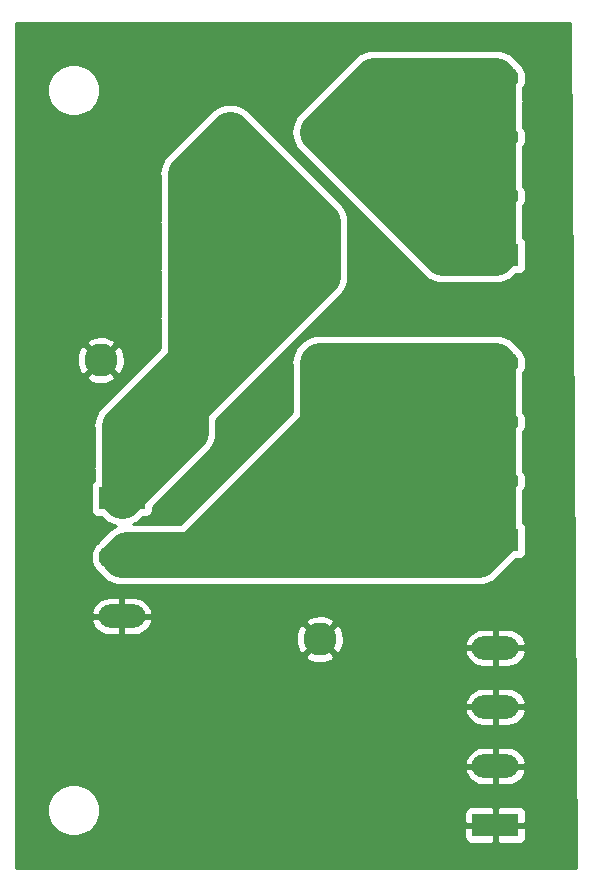
<source format=gbr>
%TF.GenerationSoftware,KiCad,Pcbnew,(5.1.10)-1*%
%TF.CreationDate,2021-10-01T01:20:56-04:00*%
%TF.ProjectId,Circuit Protector,43697263-7569-4742-9050-726f74656374,rev?*%
%TF.SameCoordinates,Original*%
%TF.FileFunction,Copper,L2,Bot*%
%TF.FilePolarity,Positive*%
%FSLAX46Y46*%
G04 Gerber Fmt 4.6, Leading zero omitted, Abs format (unit mm)*
G04 Created by KiCad (PCBNEW (5.1.10)-1) date 2021-10-01 01:20:56*
%MOMM*%
%LPD*%
G01*
G04 APERTURE LIST*
%TA.AperFunction,ComponentPad*%
%ADD10R,3.960000X1.980000*%
%TD*%
%TA.AperFunction,ComponentPad*%
%ADD11O,3.960000X1.980000*%
%TD*%
%TA.AperFunction,ComponentPad*%
%ADD12C,2.800000*%
%TD*%
%TA.AperFunction,ComponentPad*%
%ADD13C,1.600000*%
%TD*%
%TA.AperFunction,ComponentPad*%
%ADD14O,1.600000X1.600000*%
%TD*%
%TA.AperFunction,Conductor*%
%ADD15C,3.500000*%
%TD*%
%TA.AperFunction,Conductor*%
%ADD16C,0.254000*%
%TD*%
%TA.AperFunction,Conductor*%
%ADD17C,0.100000*%
%TD*%
G04 APERTURE END LIST*
D10*
%TO.P,Ground,1*%
%TO.N,Net-(Ground1-Pad1)*%
X203835000Y-138430000D03*
D11*
%TO.P,Ground,2*%
X203835000Y-133430000D03*
%TO.P,Ground,4*%
X203835000Y-123430000D03*
%TO.P,Ground,3*%
X203835000Y-128430000D03*
%TD*%
D10*
%TO.P,Input,1*%
%TO.N,Net-(Input1-Pad1)*%
X172212000Y-110744000D03*
D11*
%TO.P,Input,2*%
%TO.N,Net-(Input1-Pad2)*%
X172212000Y-115744000D03*
%TO.P,Input,3*%
%TO.N,Net-(Ground1-Pad1)*%
X172212000Y-120744000D03*
%TD*%
D10*
%TO.P,Line,1*%
%TO.N,Net-(Line1-Pad1)*%
X203835000Y-90170000D03*
D11*
%TO.P,Line,2*%
X203835000Y-85170000D03*
%TO.P,Line,4*%
X203835000Y-75170000D03*
%TO.P,Line,3*%
X203835000Y-80170000D03*
%TD*%
%TO.P,Neutral,3*%
%TO.N,Net-(Input1-Pad2)*%
X203835000Y-104300000D03*
%TO.P,Neutral,4*%
X203835000Y-99300000D03*
%TO.P,Neutral,2*%
X203835000Y-109300000D03*
D10*
%TO.P,Neutral,1*%
X203835000Y-114300000D03*
%TD*%
D12*
%TO.P,MOV,1*%
%TO.N,Net-(Input1-Pad1)*%
X188976000Y-91948000D03*
%TO.P,MOV,2*%
%TO.N,Net-(Input1-Pad2)*%
X188976000Y-99318000D03*
%TD*%
%TO.P,MOV,2*%
%TO.N,Net-(Ground1-Pad1)*%
X188976000Y-122686000D03*
%TO.P,MOV,1*%
%TO.N,Net-(Input1-Pad2)*%
X188976000Y-115316000D03*
%TD*%
%TO.P,MOV,1*%
%TO.N,Net-(Input1-Pad1)*%
X177800000Y-99060000D03*
%TO.P,MOV,2*%
%TO.N,Net-(Ground1-Pad1)*%
X170430000Y-99060000D03*
%TD*%
D13*
%TO.P,NTC,1*%
%TO.N,Net-(Line1-Pad1)*%
X188976000Y-79756000D03*
D14*
%TO.P,NTC,2*%
%TO.N,Net-(Input1-Pad1)*%
X181356000Y-79756000D03*
%TD*%
D15*
%TO.N,Net-(Input1-Pad1)*%
X177800000Y-105156000D02*
X172212000Y-110744000D01*
X177800000Y-99060000D02*
X177800000Y-105156000D01*
X177800000Y-99060000D02*
X184912000Y-91948000D01*
X184912000Y-91948000D02*
X188976000Y-91948000D01*
X181356000Y-88392000D02*
X184912000Y-91948000D01*
X188976000Y-87376000D02*
X181356000Y-79756000D01*
X188976000Y-91948000D02*
X188976000Y-87376000D01*
X188976000Y-91948000D02*
X180848000Y-100076000D01*
X178816000Y-100076000D02*
X177800000Y-99060000D01*
X180848000Y-100076000D02*
X178816000Y-100076000D01*
X177800000Y-83312000D02*
X181356000Y-79756000D01*
X177800000Y-99060000D02*
X177800000Y-95504000D01*
X181356000Y-91948000D02*
X181356000Y-85852000D01*
X181356000Y-85852000D02*
X181356000Y-88392000D01*
X181356000Y-79756000D02*
X181356000Y-85852000D01*
X181356000Y-79756000D02*
X181356000Y-88392000D01*
X181356000Y-84328000D02*
X188976000Y-91948000D01*
X181356000Y-79756000D02*
X181356000Y-84328000D01*
X188976000Y-91948000D02*
X181356000Y-91948000D01*
X179832000Y-93472000D02*
X181356000Y-91948000D01*
X177800000Y-95504000D02*
X179832000Y-93472000D01*
X181356000Y-83820000D02*
X177800000Y-87376000D01*
X181356000Y-79756000D02*
X181356000Y-83820000D01*
X177800000Y-87376000D02*
X177800000Y-83312000D01*
X181356000Y-87884000D02*
X177800000Y-91440000D01*
X181356000Y-79756000D02*
X181356000Y-87884000D01*
X177800000Y-91440000D02*
X177800000Y-87376000D01*
X177800000Y-99060000D02*
X177800000Y-91440000D01*
X172212000Y-104648000D02*
X177800000Y-99060000D01*
X172212000Y-110744000D02*
X172212000Y-104648000D01*
X172212000Y-110744000D02*
X172212000Y-108204000D01*
X177800000Y-102616000D02*
X177800000Y-99060000D01*
X175006000Y-105918000D02*
X174498000Y-105918000D01*
X188976000Y-91948000D02*
X175006000Y-105918000D01*
X174498000Y-105918000D02*
X177800000Y-102616000D01*
X172212000Y-108204000D02*
X174498000Y-105918000D01*
%TO.N,Net-(Input1-Pad2)*%
X203817000Y-99318000D02*
X203835000Y-99300000D01*
X188976000Y-99318000D02*
X203817000Y-99318000D01*
X203835000Y-99300000D02*
X203835000Y-104300000D01*
X203835000Y-104300000D02*
X203835000Y-109300000D01*
X203835000Y-109300000D02*
X203835000Y-114300000D01*
X189992000Y-114300000D02*
X188976000Y-115316000D01*
X202819000Y-115316000D02*
X203835000Y-114300000D01*
X188976000Y-115316000D02*
X202819000Y-115316000D01*
X172640000Y-115316000D02*
X172212000Y-115744000D01*
X202391000Y-115744000D02*
X202819000Y-115316000D01*
X188976000Y-104460000D02*
X188976000Y-99318000D01*
X177692000Y-115744000D02*
X188976000Y-104460000D01*
X172212000Y-115744000D02*
X177692000Y-115744000D01*
X203835000Y-99300000D02*
X197372000Y-99300000D01*
X197372000Y-99300000D02*
X181356000Y-115316000D01*
X181356000Y-115316000D02*
X172640000Y-115316000D01*
X199912000Y-99300000D02*
X183896000Y-115316000D01*
X203835000Y-99300000D02*
X199912000Y-99300000D01*
X183896000Y-115316000D02*
X181356000Y-115316000D01*
X188976000Y-115316000D02*
X183896000Y-115316000D01*
X199992000Y-104300000D02*
X188976000Y-115316000D01*
X203835000Y-104300000D02*
X199992000Y-104300000D01*
X203835000Y-99789000D02*
X187880000Y-115744000D01*
X203835000Y-99300000D02*
X203835000Y-99789000D01*
X187880000Y-115744000D02*
X202391000Y-115744000D01*
X172212000Y-115744000D02*
X187880000Y-115744000D01*
X203835000Y-105029000D02*
X194564000Y-114300000D01*
X203835000Y-104300000D02*
X203835000Y-105029000D01*
X194564000Y-114300000D02*
X189992000Y-114300000D01*
X203835000Y-109300000D02*
X202104000Y-109300000D01*
X202104000Y-109300000D02*
X197104000Y-114300000D01*
X197104000Y-114300000D02*
X194564000Y-114300000D01*
X203835000Y-114300000D02*
X197104000Y-114300000D01*
X203835000Y-114177000D02*
X188976000Y-99318000D01*
X203835000Y-114300000D02*
X203835000Y-114177000D01*
%TO.N,Net-(Line1-Pad1)*%
X189390000Y-80170000D02*
X188976000Y-79756000D01*
X203835000Y-80170000D02*
X189390000Y-80170000D01*
X203835000Y-80170000D02*
X203835000Y-85170000D01*
X199390000Y-90170000D02*
X189390000Y-80170000D01*
X203835000Y-90170000D02*
X199390000Y-90170000D01*
X194390000Y-75170000D02*
X189390000Y-80170000D01*
X203835000Y-75170000D02*
X194390000Y-75170000D01*
X188976000Y-79756000D02*
X193548000Y-79756000D01*
X193548000Y-79756000D02*
X196215000Y-77089000D01*
X196215000Y-77089000D02*
X203835000Y-77089000D01*
X203835000Y-77089000D02*
X203835000Y-80170000D01*
X203835000Y-75170000D02*
X203835000Y-77089000D01*
X193548000Y-79756000D02*
X202819000Y-89027000D01*
X203835000Y-89027000D02*
X203835000Y-85170000D01*
X202819000Y-89027000D02*
X203835000Y-89027000D01*
X203835000Y-90170000D02*
X203835000Y-89027000D01*
X198421000Y-79756000D02*
X203835000Y-85170000D01*
X188976000Y-79756000D02*
X198421000Y-79756000D01*
X193562000Y-75170000D02*
X194390000Y-75170000D01*
X188976000Y-79756000D02*
X193562000Y-75170000D01*
%TD*%
D16*
%TO.N,Net-(Ground1-Pad1)*%
X210663385Y-142088000D02*
X163220000Y-142088000D01*
X163220000Y-139420000D01*
X201216928Y-139420000D01*
X201229188Y-139544482D01*
X201265498Y-139664180D01*
X201324463Y-139774494D01*
X201403815Y-139871185D01*
X201500506Y-139950537D01*
X201610820Y-140009502D01*
X201730518Y-140045812D01*
X201855000Y-140058072D01*
X203549250Y-140055000D01*
X203708000Y-139896250D01*
X203708000Y-138557000D01*
X203962000Y-138557000D01*
X203962000Y-139896250D01*
X204120750Y-140055000D01*
X205815000Y-140058072D01*
X205939482Y-140045812D01*
X206059180Y-140009502D01*
X206169494Y-139950537D01*
X206266185Y-139871185D01*
X206345537Y-139774494D01*
X206404502Y-139664180D01*
X206440812Y-139544482D01*
X206453072Y-139420000D01*
X206450000Y-138715750D01*
X206291250Y-138557000D01*
X203962000Y-138557000D01*
X203708000Y-138557000D01*
X201378750Y-138557000D01*
X201220000Y-138715750D01*
X201216928Y-139420000D01*
X163220000Y-139420000D01*
X163220000Y-136939872D01*
X165913000Y-136939872D01*
X165913000Y-137380128D01*
X165998890Y-137811925D01*
X166167369Y-138218669D01*
X166411962Y-138584729D01*
X166723271Y-138896038D01*
X167089331Y-139140631D01*
X167496075Y-139309110D01*
X167927872Y-139395000D01*
X168368128Y-139395000D01*
X168799925Y-139309110D01*
X169206669Y-139140631D01*
X169572729Y-138896038D01*
X169884038Y-138584729D01*
X170128631Y-138218669D01*
X170297110Y-137811925D01*
X170371090Y-137440000D01*
X201216928Y-137440000D01*
X201220000Y-138144250D01*
X201378750Y-138303000D01*
X203708000Y-138303000D01*
X203708000Y-136963750D01*
X203962000Y-136963750D01*
X203962000Y-138303000D01*
X206291250Y-138303000D01*
X206450000Y-138144250D01*
X206453072Y-137440000D01*
X206440812Y-137315518D01*
X206404502Y-137195820D01*
X206345537Y-137085506D01*
X206266185Y-136988815D01*
X206169494Y-136909463D01*
X206059180Y-136850498D01*
X205939482Y-136814188D01*
X205815000Y-136801928D01*
X204120750Y-136805000D01*
X203962000Y-136963750D01*
X203708000Y-136963750D01*
X203549250Y-136805000D01*
X201855000Y-136801928D01*
X201730518Y-136814188D01*
X201610820Y-136850498D01*
X201500506Y-136909463D01*
X201403815Y-136988815D01*
X201324463Y-137085506D01*
X201265498Y-137195820D01*
X201229188Y-137315518D01*
X201216928Y-137440000D01*
X170371090Y-137440000D01*
X170383000Y-137380128D01*
X170383000Y-136939872D01*
X170297110Y-136508075D01*
X170128631Y-136101331D01*
X169884038Y-135735271D01*
X169572729Y-135423962D01*
X169206669Y-135179369D01*
X168799925Y-135010890D01*
X168368128Y-134925000D01*
X167927872Y-134925000D01*
X167496075Y-135010890D01*
X167089331Y-135179369D01*
X166723271Y-135423962D01*
X166411962Y-135735271D01*
X166167369Y-136101331D01*
X165998890Y-136508075D01*
X165913000Y-136939872D01*
X163220000Y-136939872D01*
X163220000Y-133808865D01*
X201264782Y-133808865D01*
X201295095Y-133934528D01*
X201423304Y-134227205D01*
X201606148Y-134489246D01*
X201836601Y-134710581D01*
X202105806Y-134882704D01*
X202403418Y-134999000D01*
X202718000Y-135055000D01*
X203708000Y-135055000D01*
X203708000Y-133557000D01*
X203962000Y-133557000D01*
X203962000Y-135055000D01*
X204952000Y-135055000D01*
X205266582Y-134999000D01*
X205564194Y-134882704D01*
X205833399Y-134710581D01*
X206063852Y-134489246D01*
X206246696Y-134227205D01*
X206374905Y-133934528D01*
X206405218Y-133808865D01*
X206285740Y-133557000D01*
X203962000Y-133557000D01*
X203708000Y-133557000D01*
X201384260Y-133557000D01*
X201264782Y-133808865D01*
X163220000Y-133808865D01*
X163220000Y-133051135D01*
X201264782Y-133051135D01*
X201384260Y-133303000D01*
X203708000Y-133303000D01*
X203708000Y-131805000D01*
X203962000Y-131805000D01*
X203962000Y-133303000D01*
X206285740Y-133303000D01*
X206405218Y-133051135D01*
X206374905Y-132925472D01*
X206246696Y-132632795D01*
X206063852Y-132370754D01*
X205833399Y-132149419D01*
X205564194Y-131977296D01*
X205266582Y-131861000D01*
X204952000Y-131805000D01*
X203962000Y-131805000D01*
X203708000Y-131805000D01*
X202718000Y-131805000D01*
X202403418Y-131861000D01*
X202105806Y-131977296D01*
X201836601Y-132149419D01*
X201606148Y-132370754D01*
X201423304Y-132632795D01*
X201295095Y-132925472D01*
X201264782Y-133051135D01*
X163220000Y-133051135D01*
X163220000Y-128808865D01*
X201264782Y-128808865D01*
X201295095Y-128934528D01*
X201423304Y-129227205D01*
X201606148Y-129489246D01*
X201836601Y-129710581D01*
X202105806Y-129882704D01*
X202403418Y-129999000D01*
X202718000Y-130055000D01*
X203708000Y-130055000D01*
X203708000Y-128557000D01*
X203962000Y-128557000D01*
X203962000Y-130055000D01*
X204952000Y-130055000D01*
X205266582Y-129999000D01*
X205564194Y-129882704D01*
X205833399Y-129710581D01*
X206063852Y-129489246D01*
X206246696Y-129227205D01*
X206374905Y-128934528D01*
X206405218Y-128808865D01*
X206285740Y-128557000D01*
X203962000Y-128557000D01*
X203708000Y-128557000D01*
X201384260Y-128557000D01*
X201264782Y-128808865D01*
X163220000Y-128808865D01*
X163220000Y-128051135D01*
X201264782Y-128051135D01*
X201384260Y-128303000D01*
X203708000Y-128303000D01*
X203708000Y-126805000D01*
X203962000Y-126805000D01*
X203962000Y-128303000D01*
X206285740Y-128303000D01*
X206405218Y-128051135D01*
X206374905Y-127925472D01*
X206246696Y-127632795D01*
X206063852Y-127370754D01*
X205833399Y-127149419D01*
X205564194Y-126977296D01*
X205266582Y-126861000D01*
X204952000Y-126805000D01*
X203962000Y-126805000D01*
X203708000Y-126805000D01*
X202718000Y-126805000D01*
X202403418Y-126861000D01*
X202105806Y-126977296D01*
X201836601Y-127149419D01*
X201606148Y-127370754D01*
X201423304Y-127632795D01*
X201295095Y-127925472D01*
X201264782Y-128051135D01*
X163220000Y-128051135D01*
X163220000Y-124106447D01*
X187735158Y-124106447D01*
X187879135Y-124411770D01*
X188236892Y-124592597D01*
X188623053Y-124700155D01*
X189022777Y-124730310D01*
X189420704Y-124681904D01*
X189801540Y-124556795D01*
X190072865Y-124411770D01*
X190216842Y-124106447D01*
X188976000Y-122865605D01*
X187735158Y-124106447D01*
X163220000Y-124106447D01*
X163220000Y-122732777D01*
X186931690Y-122732777D01*
X186980096Y-123130704D01*
X187105205Y-123511540D01*
X187250230Y-123782865D01*
X187555553Y-123926842D01*
X188796395Y-122686000D01*
X189155605Y-122686000D01*
X190396447Y-123926842D01*
X190646633Y-123808865D01*
X201264782Y-123808865D01*
X201295095Y-123934528D01*
X201423304Y-124227205D01*
X201606148Y-124489246D01*
X201836601Y-124710581D01*
X202105806Y-124882704D01*
X202403418Y-124999000D01*
X202718000Y-125055000D01*
X203708000Y-125055000D01*
X203708000Y-123557000D01*
X203962000Y-123557000D01*
X203962000Y-125055000D01*
X204952000Y-125055000D01*
X205266582Y-124999000D01*
X205564194Y-124882704D01*
X205833399Y-124710581D01*
X206063852Y-124489246D01*
X206246696Y-124227205D01*
X206374905Y-123934528D01*
X206405218Y-123808865D01*
X206285740Y-123557000D01*
X203962000Y-123557000D01*
X203708000Y-123557000D01*
X201384260Y-123557000D01*
X201264782Y-123808865D01*
X190646633Y-123808865D01*
X190701770Y-123782865D01*
X190882597Y-123425108D01*
X190986760Y-123051135D01*
X201264782Y-123051135D01*
X201384260Y-123303000D01*
X203708000Y-123303000D01*
X203708000Y-121805000D01*
X203962000Y-121805000D01*
X203962000Y-123303000D01*
X206285740Y-123303000D01*
X206405218Y-123051135D01*
X206374905Y-122925472D01*
X206246696Y-122632795D01*
X206063852Y-122370754D01*
X205833399Y-122149419D01*
X205564194Y-121977296D01*
X205266582Y-121861000D01*
X204952000Y-121805000D01*
X203962000Y-121805000D01*
X203708000Y-121805000D01*
X202718000Y-121805000D01*
X202403418Y-121861000D01*
X202105806Y-121977296D01*
X201836601Y-122149419D01*
X201606148Y-122370754D01*
X201423304Y-122632795D01*
X201295095Y-122925472D01*
X201264782Y-123051135D01*
X190986760Y-123051135D01*
X190990155Y-123038947D01*
X191020310Y-122639223D01*
X190971904Y-122241296D01*
X190846795Y-121860460D01*
X190701770Y-121589135D01*
X190396447Y-121445158D01*
X189155605Y-122686000D01*
X188796395Y-122686000D01*
X187555553Y-121445158D01*
X187250230Y-121589135D01*
X187069403Y-121946892D01*
X186961845Y-122333053D01*
X186931690Y-122732777D01*
X163220000Y-122732777D01*
X163220000Y-121122865D01*
X169641782Y-121122865D01*
X169672095Y-121248528D01*
X169800304Y-121541205D01*
X169983148Y-121803246D01*
X170213601Y-122024581D01*
X170482806Y-122196704D01*
X170780418Y-122313000D01*
X171095000Y-122369000D01*
X172085000Y-122369000D01*
X172085000Y-120871000D01*
X172339000Y-120871000D01*
X172339000Y-122369000D01*
X173329000Y-122369000D01*
X173643582Y-122313000D01*
X173941194Y-122196704D01*
X174210399Y-122024581D01*
X174440852Y-121803246D01*
X174623696Y-121541205D01*
X174744447Y-121265553D01*
X187735158Y-121265553D01*
X188976000Y-122506395D01*
X190216842Y-121265553D01*
X190072865Y-120960230D01*
X189715108Y-120779403D01*
X189328947Y-120671845D01*
X188929223Y-120641690D01*
X188531296Y-120690096D01*
X188150460Y-120815205D01*
X187879135Y-120960230D01*
X187735158Y-121265553D01*
X174744447Y-121265553D01*
X174751905Y-121248528D01*
X174782218Y-121122865D01*
X174662740Y-120871000D01*
X172339000Y-120871000D01*
X172085000Y-120871000D01*
X169761260Y-120871000D01*
X169641782Y-121122865D01*
X163220000Y-121122865D01*
X163220000Y-120365135D01*
X169641782Y-120365135D01*
X169761260Y-120617000D01*
X172085000Y-120617000D01*
X172085000Y-119119000D01*
X172339000Y-119119000D01*
X172339000Y-120617000D01*
X174662740Y-120617000D01*
X174782218Y-120365135D01*
X174751905Y-120239472D01*
X174623696Y-119946795D01*
X174440852Y-119684754D01*
X174210399Y-119463419D01*
X173941194Y-119291296D01*
X173643582Y-119175000D01*
X173329000Y-119119000D01*
X172339000Y-119119000D01*
X172085000Y-119119000D01*
X171095000Y-119119000D01*
X170780418Y-119175000D01*
X170482806Y-119291296D01*
X170213601Y-119463419D01*
X169983148Y-119684754D01*
X169800304Y-119946795D01*
X169672095Y-120239472D01*
X169641782Y-120365135D01*
X163220000Y-120365135D01*
X163220000Y-115744000D01*
X169589138Y-115744000D01*
X169620513Y-116062556D01*
X169713432Y-116368869D01*
X169864325Y-116651170D01*
X170067392Y-116898608D01*
X170169714Y-116982581D01*
X170219351Y-117075446D01*
X170517391Y-117438609D01*
X170880554Y-117736649D01*
X171294884Y-117958113D01*
X171744458Y-118094490D01*
X172094843Y-118129000D01*
X172212000Y-118140539D01*
X172329157Y-118129000D01*
X177574843Y-118129000D01*
X177692000Y-118140539D01*
X177809157Y-118129000D01*
X187762843Y-118129000D01*
X187880000Y-118140539D01*
X187997157Y-118129000D01*
X202273843Y-118129000D01*
X202391000Y-118140539D01*
X202508157Y-118129000D01*
X202858542Y-118094490D01*
X203308116Y-117958113D01*
X203722446Y-117736649D01*
X204085609Y-117438609D01*
X204160295Y-117347603D01*
X204422601Y-117085297D01*
X204513609Y-117010609D01*
X204588294Y-116919605D01*
X205438607Y-116069292D01*
X205529609Y-115994609D01*
X205584214Y-115928072D01*
X205815000Y-115928072D01*
X205939482Y-115915812D01*
X206059180Y-115879502D01*
X206169494Y-115820537D01*
X206266185Y-115741185D01*
X206345537Y-115644494D01*
X206404502Y-115534180D01*
X206440812Y-115414482D01*
X206453072Y-115290000D01*
X206453072Y-113310000D01*
X206440812Y-113185518D01*
X206404502Y-113065820D01*
X206345537Y-112955506D01*
X206266185Y-112858815D01*
X206220000Y-112820912D01*
X206220000Y-110137340D01*
X206333568Y-109924869D01*
X206426487Y-109618556D01*
X206457862Y-109300000D01*
X206426487Y-108981444D01*
X206333568Y-108675131D01*
X206220000Y-108462660D01*
X206220000Y-105146156D01*
X206221065Y-105135348D01*
X206333568Y-104924869D01*
X206426487Y-104618556D01*
X206457862Y-104300000D01*
X206426487Y-103981444D01*
X206333568Y-103675131D01*
X206220000Y-103462660D01*
X206220000Y-100137340D01*
X206333568Y-99924869D01*
X206426487Y-99618556D01*
X206457862Y-99300000D01*
X206426487Y-98981444D01*
X206333568Y-98675131D01*
X206182675Y-98392830D01*
X205979608Y-98145392D01*
X205877286Y-98061419D01*
X205827649Y-97968554D01*
X205529609Y-97605391D01*
X205166446Y-97307351D01*
X204752116Y-97085887D01*
X204302542Y-96949510D01*
X203952157Y-96915000D01*
X203835000Y-96903461D01*
X203717843Y-96915000D01*
X200029146Y-96915000D01*
X199911999Y-96903462D01*
X199794852Y-96915000D01*
X197489146Y-96915000D01*
X197371999Y-96903462D01*
X197254852Y-96915000D01*
X197254843Y-96915000D01*
X197072086Y-96933000D01*
X189093157Y-96933000D01*
X188976000Y-96921461D01*
X188858843Y-96933000D01*
X188508458Y-96967510D01*
X188058884Y-97103887D01*
X187644554Y-97325351D01*
X187281391Y-97623391D01*
X186983351Y-97986554D01*
X186761887Y-98400884D01*
X186625510Y-98850458D01*
X186579461Y-99318000D01*
X186591001Y-99435167D01*
X186591000Y-103472100D01*
X177132101Y-112931000D01*
X173179840Y-112931000D01*
X173543445Y-112736649D01*
X173742375Y-112573392D01*
X173906609Y-112438609D01*
X173961214Y-112372072D01*
X174192000Y-112372072D01*
X174316482Y-112359812D01*
X174436180Y-112323502D01*
X174546494Y-112264537D01*
X174643185Y-112185185D01*
X174722537Y-112088494D01*
X174781502Y-111978180D01*
X174817812Y-111858482D01*
X174830072Y-111734000D01*
X174830072Y-111498827D01*
X179403605Y-106925294D01*
X179494609Y-106850609D01*
X179792649Y-106487446D01*
X180014113Y-106073116D01*
X180150490Y-105623542D01*
X180185000Y-105273157D01*
X180185000Y-105273148D01*
X180196538Y-105156001D01*
X180185000Y-105038854D01*
X180185000Y-104111899D01*
X182451607Y-101845292D01*
X182542609Y-101770609D01*
X182617294Y-101679605D01*
X186598386Y-97698513D01*
X190579610Y-93717290D01*
X190670609Y-93642609D01*
X190745293Y-93551607D01*
X190968649Y-93279446D01*
X191190113Y-92865116D01*
X191326490Y-92415542D01*
X191372539Y-91948000D01*
X191361000Y-91830843D01*
X191361000Y-87493146D01*
X191372538Y-87375999D01*
X191361000Y-87258852D01*
X191361000Y-87258843D01*
X191326490Y-86908458D01*
X191190113Y-86458884D01*
X190968649Y-86044554D01*
X190670609Y-85681391D01*
X190579605Y-85606706D01*
X184728899Y-79756000D01*
X186579461Y-79756000D01*
X186625510Y-80223542D01*
X186761887Y-80673116D01*
X186983351Y-81087446D01*
X187281391Y-81450609D01*
X187372393Y-81525292D01*
X187620703Y-81773601D01*
X187695391Y-81864609D01*
X187786393Y-81939292D01*
X197620706Y-91773605D01*
X197695391Y-91864609D01*
X198058554Y-92162649D01*
X198472884Y-92384113D01*
X198922458Y-92520490D01*
X199272843Y-92555000D01*
X199390000Y-92566539D01*
X199507157Y-92555000D01*
X203717843Y-92555000D01*
X203835000Y-92566539D01*
X203952157Y-92555000D01*
X204302542Y-92520490D01*
X204752116Y-92384113D01*
X205166446Y-92162649D01*
X205529609Y-91864609D01*
X205584214Y-91798072D01*
X205815000Y-91798072D01*
X205939482Y-91785812D01*
X206059180Y-91749502D01*
X206169494Y-91690537D01*
X206266185Y-91611185D01*
X206345537Y-91514494D01*
X206404502Y-91404180D01*
X206440812Y-91284482D01*
X206453072Y-91160000D01*
X206453072Y-89180000D01*
X206440812Y-89055518D01*
X206404502Y-88935820D01*
X206345537Y-88825506D01*
X206266185Y-88728815D01*
X206220000Y-88690912D01*
X206220000Y-86007340D01*
X206333568Y-85794869D01*
X206426487Y-85488556D01*
X206457862Y-85170000D01*
X206426487Y-84851444D01*
X206333568Y-84545131D01*
X206220000Y-84332660D01*
X206220000Y-81007340D01*
X206333568Y-80794869D01*
X206426487Y-80488556D01*
X206457862Y-80170000D01*
X206426487Y-79851444D01*
X206333568Y-79545131D01*
X206220000Y-79332660D01*
X206220000Y-77206156D01*
X206231539Y-77089000D01*
X206220000Y-76971843D01*
X206220000Y-76007340D01*
X206333568Y-75794869D01*
X206426487Y-75488556D01*
X206457862Y-75170000D01*
X206426487Y-74851444D01*
X206333568Y-74545131D01*
X206182675Y-74262830D01*
X205979608Y-74015392D01*
X205877286Y-73931419D01*
X205827649Y-73838554D01*
X205529609Y-73475391D01*
X205166446Y-73177351D01*
X204752116Y-72955887D01*
X204302542Y-72819510D01*
X203952157Y-72785000D01*
X203835000Y-72773461D01*
X203717843Y-72785000D01*
X194507157Y-72785000D01*
X194390000Y-72773461D01*
X194272843Y-72785000D01*
X193679146Y-72785000D01*
X193561999Y-72773462D01*
X193444852Y-72785000D01*
X193444843Y-72785000D01*
X193094458Y-72819510D01*
X192644884Y-72955887D01*
X192230554Y-73177351D01*
X191867391Y-73475391D01*
X191792706Y-73566395D01*
X187372395Y-77986706D01*
X187281391Y-78061391D01*
X186983351Y-78424554D01*
X186761887Y-78838884D01*
X186625510Y-79288458D01*
X186579461Y-79756000D01*
X184728899Y-79756000D01*
X183125292Y-78152393D01*
X183050609Y-78061391D01*
X182687445Y-77763351D01*
X182273115Y-77541887D01*
X181823541Y-77405510D01*
X181356000Y-77359461D01*
X180888458Y-77405510D01*
X180438884Y-77541887D01*
X180024554Y-77763351D01*
X179661391Y-78061391D01*
X179586708Y-78152393D01*
X176196390Y-81542711D01*
X176105392Y-81617391D01*
X176030712Y-81708389D01*
X176030708Y-81708393D01*
X175807351Y-81980555D01*
X175585887Y-82394885D01*
X175449510Y-82844459D01*
X175403461Y-83312000D01*
X175415001Y-83429166D01*
X175415000Y-87258843D01*
X175403461Y-87376000D01*
X175415001Y-87493166D01*
X175415000Y-91322843D01*
X175403461Y-91440000D01*
X175415000Y-91557156D01*
X175415001Y-91557166D01*
X175415000Y-95386838D01*
X175403461Y-95504000D01*
X175415000Y-95621157D01*
X175415000Y-98072101D01*
X170608390Y-102878711D01*
X170517392Y-102953391D01*
X170442712Y-103044389D01*
X170442708Y-103044393D01*
X170219351Y-103316555D01*
X169997887Y-103730885D01*
X169861510Y-104180459D01*
X169815461Y-104648000D01*
X169827001Y-104765167D01*
X169827000Y-108086839D01*
X169815461Y-108204000D01*
X169827000Y-108321157D01*
X169827000Y-109264912D01*
X169780815Y-109302815D01*
X169701463Y-109399506D01*
X169642498Y-109509820D01*
X169606188Y-109629518D01*
X169593928Y-109754000D01*
X169593928Y-111734000D01*
X169606188Y-111858482D01*
X169642498Y-111978180D01*
X169701463Y-112088494D01*
X169780815Y-112185185D01*
X169877506Y-112264537D01*
X169987820Y-112323502D01*
X170107518Y-112359812D01*
X170232000Y-112372072D01*
X170462786Y-112372072D01*
X170517391Y-112438609D01*
X170880554Y-112736649D01*
X171294884Y-112958113D01*
X171744458Y-113094490D01*
X171746580Y-113094699D01*
X171722884Y-113101887D01*
X171308554Y-113323351D01*
X170945391Y-113621391D01*
X170870703Y-113712399D01*
X170608397Y-113974705D01*
X170517391Y-114049391D01*
X170219351Y-114412554D01*
X170169714Y-114505419D01*
X170067392Y-114589392D01*
X169864325Y-114836830D01*
X169713432Y-115119131D01*
X169620513Y-115425444D01*
X169589138Y-115744000D01*
X163220000Y-115744000D01*
X163220000Y-100480447D01*
X169189158Y-100480447D01*
X169333135Y-100785770D01*
X169690892Y-100966597D01*
X170077053Y-101074155D01*
X170476777Y-101104310D01*
X170874704Y-101055904D01*
X171255540Y-100930795D01*
X171526865Y-100785770D01*
X171670842Y-100480447D01*
X170430000Y-99239605D01*
X169189158Y-100480447D01*
X163220000Y-100480447D01*
X163220000Y-99106777D01*
X168385690Y-99106777D01*
X168434096Y-99504704D01*
X168559205Y-99885540D01*
X168704230Y-100156865D01*
X169009553Y-100300842D01*
X170250395Y-99060000D01*
X170609605Y-99060000D01*
X171850447Y-100300842D01*
X172155770Y-100156865D01*
X172336597Y-99799108D01*
X172444155Y-99412947D01*
X172474310Y-99013223D01*
X172425904Y-98615296D01*
X172300795Y-98234460D01*
X172155770Y-97963135D01*
X171850447Y-97819158D01*
X170609605Y-99060000D01*
X170250395Y-99060000D01*
X169009553Y-97819158D01*
X168704230Y-97963135D01*
X168523403Y-98320892D01*
X168415845Y-98707053D01*
X168385690Y-99106777D01*
X163220000Y-99106777D01*
X163220000Y-97639553D01*
X169189158Y-97639553D01*
X170430000Y-98880395D01*
X171670842Y-97639553D01*
X171526865Y-97334230D01*
X171169108Y-97153403D01*
X170782947Y-97045845D01*
X170383223Y-97015690D01*
X169985296Y-97064096D01*
X169604460Y-97189205D01*
X169333135Y-97334230D01*
X169189158Y-97639553D01*
X163220000Y-97639553D01*
X163220000Y-75979872D01*
X165913000Y-75979872D01*
X165913000Y-76420128D01*
X165998890Y-76851925D01*
X166167369Y-77258669D01*
X166411962Y-77624729D01*
X166723271Y-77936038D01*
X167089331Y-78180631D01*
X167496075Y-78349110D01*
X167927872Y-78435000D01*
X168368128Y-78435000D01*
X168799925Y-78349110D01*
X169206669Y-78180631D01*
X169572729Y-77936038D01*
X169884038Y-77624729D01*
X170128631Y-77258669D01*
X170297110Y-76851925D01*
X170383000Y-76420128D01*
X170383000Y-75979872D01*
X170297110Y-75548075D01*
X170128631Y-75141331D01*
X169884038Y-74775271D01*
X169572729Y-74463962D01*
X169206669Y-74219369D01*
X168799925Y-74050890D01*
X168368128Y-73965000D01*
X167927872Y-73965000D01*
X167496075Y-74050890D01*
X167089331Y-74219369D01*
X166723271Y-74463962D01*
X166411962Y-74775271D01*
X166167369Y-75141331D01*
X165998890Y-75548075D01*
X165913000Y-75979872D01*
X163220000Y-75979872D01*
X163220000Y-70510000D01*
X210164584Y-70510000D01*
X210663385Y-142088000D01*
%TA.AperFunction,Conductor*%
D17*
G36*
X210663385Y-142088000D02*
G01*
X163220000Y-142088000D01*
X163220000Y-139420000D01*
X201216928Y-139420000D01*
X201229188Y-139544482D01*
X201265498Y-139664180D01*
X201324463Y-139774494D01*
X201403815Y-139871185D01*
X201500506Y-139950537D01*
X201610820Y-140009502D01*
X201730518Y-140045812D01*
X201855000Y-140058072D01*
X203549250Y-140055000D01*
X203708000Y-139896250D01*
X203708000Y-138557000D01*
X203962000Y-138557000D01*
X203962000Y-139896250D01*
X204120750Y-140055000D01*
X205815000Y-140058072D01*
X205939482Y-140045812D01*
X206059180Y-140009502D01*
X206169494Y-139950537D01*
X206266185Y-139871185D01*
X206345537Y-139774494D01*
X206404502Y-139664180D01*
X206440812Y-139544482D01*
X206453072Y-139420000D01*
X206450000Y-138715750D01*
X206291250Y-138557000D01*
X203962000Y-138557000D01*
X203708000Y-138557000D01*
X201378750Y-138557000D01*
X201220000Y-138715750D01*
X201216928Y-139420000D01*
X163220000Y-139420000D01*
X163220000Y-136939872D01*
X165913000Y-136939872D01*
X165913000Y-137380128D01*
X165998890Y-137811925D01*
X166167369Y-138218669D01*
X166411962Y-138584729D01*
X166723271Y-138896038D01*
X167089331Y-139140631D01*
X167496075Y-139309110D01*
X167927872Y-139395000D01*
X168368128Y-139395000D01*
X168799925Y-139309110D01*
X169206669Y-139140631D01*
X169572729Y-138896038D01*
X169884038Y-138584729D01*
X170128631Y-138218669D01*
X170297110Y-137811925D01*
X170371090Y-137440000D01*
X201216928Y-137440000D01*
X201220000Y-138144250D01*
X201378750Y-138303000D01*
X203708000Y-138303000D01*
X203708000Y-136963750D01*
X203962000Y-136963750D01*
X203962000Y-138303000D01*
X206291250Y-138303000D01*
X206450000Y-138144250D01*
X206453072Y-137440000D01*
X206440812Y-137315518D01*
X206404502Y-137195820D01*
X206345537Y-137085506D01*
X206266185Y-136988815D01*
X206169494Y-136909463D01*
X206059180Y-136850498D01*
X205939482Y-136814188D01*
X205815000Y-136801928D01*
X204120750Y-136805000D01*
X203962000Y-136963750D01*
X203708000Y-136963750D01*
X203549250Y-136805000D01*
X201855000Y-136801928D01*
X201730518Y-136814188D01*
X201610820Y-136850498D01*
X201500506Y-136909463D01*
X201403815Y-136988815D01*
X201324463Y-137085506D01*
X201265498Y-137195820D01*
X201229188Y-137315518D01*
X201216928Y-137440000D01*
X170371090Y-137440000D01*
X170383000Y-137380128D01*
X170383000Y-136939872D01*
X170297110Y-136508075D01*
X170128631Y-136101331D01*
X169884038Y-135735271D01*
X169572729Y-135423962D01*
X169206669Y-135179369D01*
X168799925Y-135010890D01*
X168368128Y-134925000D01*
X167927872Y-134925000D01*
X167496075Y-135010890D01*
X167089331Y-135179369D01*
X166723271Y-135423962D01*
X166411962Y-135735271D01*
X166167369Y-136101331D01*
X165998890Y-136508075D01*
X165913000Y-136939872D01*
X163220000Y-136939872D01*
X163220000Y-133808865D01*
X201264782Y-133808865D01*
X201295095Y-133934528D01*
X201423304Y-134227205D01*
X201606148Y-134489246D01*
X201836601Y-134710581D01*
X202105806Y-134882704D01*
X202403418Y-134999000D01*
X202718000Y-135055000D01*
X203708000Y-135055000D01*
X203708000Y-133557000D01*
X203962000Y-133557000D01*
X203962000Y-135055000D01*
X204952000Y-135055000D01*
X205266582Y-134999000D01*
X205564194Y-134882704D01*
X205833399Y-134710581D01*
X206063852Y-134489246D01*
X206246696Y-134227205D01*
X206374905Y-133934528D01*
X206405218Y-133808865D01*
X206285740Y-133557000D01*
X203962000Y-133557000D01*
X203708000Y-133557000D01*
X201384260Y-133557000D01*
X201264782Y-133808865D01*
X163220000Y-133808865D01*
X163220000Y-133051135D01*
X201264782Y-133051135D01*
X201384260Y-133303000D01*
X203708000Y-133303000D01*
X203708000Y-131805000D01*
X203962000Y-131805000D01*
X203962000Y-133303000D01*
X206285740Y-133303000D01*
X206405218Y-133051135D01*
X206374905Y-132925472D01*
X206246696Y-132632795D01*
X206063852Y-132370754D01*
X205833399Y-132149419D01*
X205564194Y-131977296D01*
X205266582Y-131861000D01*
X204952000Y-131805000D01*
X203962000Y-131805000D01*
X203708000Y-131805000D01*
X202718000Y-131805000D01*
X202403418Y-131861000D01*
X202105806Y-131977296D01*
X201836601Y-132149419D01*
X201606148Y-132370754D01*
X201423304Y-132632795D01*
X201295095Y-132925472D01*
X201264782Y-133051135D01*
X163220000Y-133051135D01*
X163220000Y-128808865D01*
X201264782Y-128808865D01*
X201295095Y-128934528D01*
X201423304Y-129227205D01*
X201606148Y-129489246D01*
X201836601Y-129710581D01*
X202105806Y-129882704D01*
X202403418Y-129999000D01*
X202718000Y-130055000D01*
X203708000Y-130055000D01*
X203708000Y-128557000D01*
X203962000Y-128557000D01*
X203962000Y-130055000D01*
X204952000Y-130055000D01*
X205266582Y-129999000D01*
X205564194Y-129882704D01*
X205833399Y-129710581D01*
X206063852Y-129489246D01*
X206246696Y-129227205D01*
X206374905Y-128934528D01*
X206405218Y-128808865D01*
X206285740Y-128557000D01*
X203962000Y-128557000D01*
X203708000Y-128557000D01*
X201384260Y-128557000D01*
X201264782Y-128808865D01*
X163220000Y-128808865D01*
X163220000Y-128051135D01*
X201264782Y-128051135D01*
X201384260Y-128303000D01*
X203708000Y-128303000D01*
X203708000Y-126805000D01*
X203962000Y-126805000D01*
X203962000Y-128303000D01*
X206285740Y-128303000D01*
X206405218Y-128051135D01*
X206374905Y-127925472D01*
X206246696Y-127632795D01*
X206063852Y-127370754D01*
X205833399Y-127149419D01*
X205564194Y-126977296D01*
X205266582Y-126861000D01*
X204952000Y-126805000D01*
X203962000Y-126805000D01*
X203708000Y-126805000D01*
X202718000Y-126805000D01*
X202403418Y-126861000D01*
X202105806Y-126977296D01*
X201836601Y-127149419D01*
X201606148Y-127370754D01*
X201423304Y-127632795D01*
X201295095Y-127925472D01*
X201264782Y-128051135D01*
X163220000Y-128051135D01*
X163220000Y-124106447D01*
X187735158Y-124106447D01*
X187879135Y-124411770D01*
X188236892Y-124592597D01*
X188623053Y-124700155D01*
X189022777Y-124730310D01*
X189420704Y-124681904D01*
X189801540Y-124556795D01*
X190072865Y-124411770D01*
X190216842Y-124106447D01*
X188976000Y-122865605D01*
X187735158Y-124106447D01*
X163220000Y-124106447D01*
X163220000Y-122732777D01*
X186931690Y-122732777D01*
X186980096Y-123130704D01*
X187105205Y-123511540D01*
X187250230Y-123782865D01*
X187555553Y-123926842D01*
X188796395Y-122686000D01*
X189155605Y-122686000D01*
X190396447Y-123926842D01*
X190646633Y-123808865D01*
X201264782Y-123808865D01*
X201295095Y-123934528D01*
X201423304Y-124227205D01*
X201606148Y-124489246D01*
X201836601Y-124710581D01*
X202105806Y-124882704D01*
X202403418Y-124999000D01*
X202718000Y-125055000D01*
X203708000Y-125055000D01*
X203708000Y-123557000D01*
X203962000Y-123557000D01*
X203962000Y-125055000D01*
X204952000Y-125055000D01*
X205266582Y-124999000D01*
X205564194Y-124882704D01*
X205833399Y-124710581D01*
X206063852Y-124489246D01*
X206246696Y-124227205D01*
X206374905Y-123934528D01*
X206405218Y-123808865D01*
X206285740Y-123557000D01*
X203962000Y-123557000D01*
X203708000Y-123557000D01*
X201384260Y-123557000D01*
X201264782Y-123808865D01*
X190646633Y-123808865D01*
X190701770Y-123782865D01*
X190882597Y-123425108D01*
X190986760Y-123051135D01*
X201264782Y-123051135D01*
X201384260Y-123303000D01*
X203708000Y-123303000D01*
X203708000Y-121805000D01*
X203962000Y-121805000D01*
X203962000Y-123303000D01*
X206285740Y-123303000D01*
X206405218Y-123051135D01*
X206374905Y-122925472D01*
X206246696Y-122632795D01*
X206063852Y-122370754D01*
X205833399Y-122149419D01*
X205564194Y-121977296D01*
X205266582Y-121861000D01*
X204952000Y-121805000D01*
X203962000Y-121805000D01*
X203708000Y-121805000D01*
X202718000Y-121805000D01*
X202403418Y-121861000D01*
X202105806Y-121977296D01*
X201836601Y-122149419D01*
X201606148Y-122370754D01*
X201423304Y-122632795D01*
X201295095Y-122925472D01*
X201264782Y-123051135D01*
X190986760Y-123051135D01*
X190990155Y-123038947D01*
X191020310Y-122639223D01*
X190971904Y-122241296D01*
X190846795Y-121860460D01*
X190701770Y-121589135D01*
X190396447Y-121445158D01*
X189155605Y-122686000D01*
X188796395Y-122686000D01*
X187555553Y-121445158D01*
X187250230Y-121589135D01*
X187069403Y-121946892D01*
X186961845Y-122333053D01*
X186931690Y-122732777D01*
X163220000Y-122732777D01*
X163220000Y-121122865D01*
X169641782Y-121122865D01*
X169672095Y-121248528D01*
X169800304Y-121541205D01*
X169983148Y-121803246D01*
X170213601Y-122024581D01*
X170482806Y-122196704D01*
X170780418Y-122313000D01*
X171095000Y-122369000D01*
X172085000Y-122369000D01*
X172085000Y-120871000D01*
X172339000Y-120871000D01*
X172339000Y-122369000D01*
X173329000Y-122369000D01*
X173643582Y-122313000D01*
X173941194Y-122196704D01*
X174210399Y-122024581D01*
X174440852Y-121803246D01*
X174623696Y-121541205D01*
X174744447Y-121265553D01*
X187735158Y-121265553D01*
X188976000Y-122506395D01*
X190216842Y-121265553D01*
X190072865Y-120960230D01*
X189715108Y-120779403D01*
X189328947Y-120671845D01*
X188929223Y-120641690D01*
X188531296Y-120690096D01*
X188150460Y-120815205D01*
X187879135Y-120960230D01*
X187735158Y-121265553D01*
X174744447Y-121265553D01*
X174751905Y-121248528D01*
X174782218Y-121122865D01*
X174662740Y-120871000D01*
X172339000Y-120871000D01*
X172085000Y-120871000D01*
X169761260Y-120871000D01*
X169641782Y-121122865D01*
X163220000Y-121122865D01*
X163220000Y-120365135D01*
X169641782Y-120365135D01*
X169761260Y-120617000D01*
X172085000Y-120617000D01*
X172085000Y-119119000D01*
X172339000Y-119119000D01*
X172339000Y-120617000D01*
X174662740Y-120617000D01*
X174782218Y-120365135D01*
X174751905Y-120239472D01*
X174623696Y-119946795D01*
X174440852Y-119684754D01*
X174210399Y-119463419D01*
X173941194Y-119291296D01*
X173643582Y-119175000D01*
X173329000Y-119119000D01*
X172339000Y-119119000D01*
X172085000Y-119119000D01*
X171095000Y-119119000D01*
X170780418Y-119175000D01*
X170482806Y-119291296D01*
X170213601Y-119463419D01*
X169983148Y-119684754D01*
X169800304Y-119946795D01*
X169672095Y-120239472D01*
X169641782Y-120365135D01*
X163220000Y-120365135D01*
X163220000Y-115744000D01*
X169589138Y-115744000D01*
X169620513Y-116062556D01*
X169713432Y-116368869D01*
X169864325Y-116651170D01*
X170067392Y-116898608D01*
X170169714Y-116982581D01*
X170219351Y-117075446D01*
X170517391Y-117438609D01*
X170880554Y-117736649D01*
X171294884Y-117958113D01*
X171744458Y-118094490D01*
X172094843Y-118129000D01*
X172212000Y-118140539D01*
X172329157Y-118129000D01*
X177574843Y-118129000D01*
X177692000Y-118140539D01*
X177809157Y-118129000D01*
X187762843Y-118129000D01*
X187880000Y-118140539D01*
X187997157Y-118129000D01*
X202273843Y-118129000D01*
X202391000Y-118140539D01*
X202508157Y-118129000D01*
X202858542Y-118094490D01*
X203308116Y-117958113D01*
X203722446Y-117736649D01*
X204085609Y-117438609D01*
X204160295Y-117347603D01*
X204422601Y-117085297D01*
X204513609Y-117010609D01*
X204588294Y-116919605D01*
X205438607Y-116069292D01*
X205529609Y-115994609D01*
X205584214Y-115928072D01*
X205815000Y-115928072D01*
X205939482Y-115915812D01*
X206059180Y-115879502D01*
X206169494Y-115820537D01*
X206266185Y-115741185D01*
X206345537Y-115644494D01*
X206404502Y-115534180D01*
X206440812Y-115414482D01*
X206453072Y-115290000D01*
X206453072Y-113310000D01*
X206440812Y-113185518D01*
X206404502Y-113065820D01*
X206345537Y-112955506D01*
X206266185Y-112858815D01*
X206220000Y-112820912D01*
X206220000Y-110137340D01*
X206333568Y-109924869D01*
X206426487Y-109618556D01*
X206457862Y-109300000D01*
X206426487Y-108981444D01*
X206333568Y-108675131D01*
X206220000Y-108462660D01*
X206220000Y-105146156D01*
X206221065Y-105135348D01*
X206333568Y-104924869D01*
X206426487Y-104618556D01*
X206457862Y-104300000D01*
X206426487Y-103981444D01*
X206333568Y-103675131D01*
X206220000Y-103462660D01*
X206220000Y-100137340D01*
X206333568Y-99924869D01*
X206426487Y-99618556D01*
X206457862Y-99300000D01*
X206426487Y-98981444D01*
X206333568Y-98675131D01*
X206182675Y-98392830D01*
X205979608Y-98145392D01*
X205877286Y-98061419D01*
X205827649Y-97968554D01*
X205529609Y-97605391D01*
X205166446Y-97307351D01*
X204752116Y-97085887D01*
X204302542Y-96949510D01*
X203952157Y-96915000D01*
X203835000Y-96903461D01*
X203717843Y-96915000D01*
X200029146Y-96915000D01*
X199911999Y-96903462D01*
X199794852Y-96915000D01*
X197489146Y-96915000D01*
X197371999Y-96903462D01*
X197254852Y-96915000D01*
X197254843Y-96915000D01*
X197072086Y-96933000D01*
X189093157Y-96933000D01*
X188976000Y-96921461D01*
X188858843Y-96933000D01*
X188508458Y-96967510D01*
X188058884Y-97103887D01*
X187644554Y-97325351D01*
X187281391Y-97623391D01*
X186983351Y-97986554D01*
X186761887Y-98400884D01*
X186625510Y-98850458D01*
X186579461Y-99318000D01*
X186591001Y-99435167D01*
X186591000Y-103472100D01*
X177132101Y-112931000D01*
X173179840Y-112931000D01*
X173543445Y-112736649D01*
X173742375Y-112573392D01*
X173906609Y-112438609D01*
X173961214Y-112372072D01*
X174192000Y-112372072D01*
X174316482Y-112359812D01*
X174436180Y-112323502D01*
X174546494Y-112264537D01*
X174643185Y-112185185D01*
X174722537Y-112088494D01*
X174781502Y-111978180D01*
X174817812Y-111858482D01*
X174830072Y-111734000D01*
X174830072Y-111498827D01*
X179403605Y-106925294D01*
X179494609Y-106850609D01*
X179792649Y-106487446D01*
X180014113Y-106073116D01*
X180150490Y-105623542D01*
X180185000Y-105273157D01*
X180185000Y-105273148D01*
X180196538Y-105156001D01*
X180185000Y-105038854D01*
X180185000Y-104111899D01*
X182451607Y-101845292D01*
X182542609Y-101770609D01*
X182617294Y-101679605D01*
X186598386Y-97698513D01*
X190579610Y-93717290D01*
X190670609Y-93642609D01*
X190745293Y-93551607D01*
X190968649Y-93279446D01*
X191190113Y-92865116D01*
X191326490Y-92415542D01*
X191372539Y-91948000D01*
X191361000Y-91830843D01*
X191361000Y-87493146D01*
X191372538Y-87375999D01*
X191361000Y-87258852D01*
X191361000Y-87258843D01*
X191326490Y-86908458D01*
X191190113Y-86458884D01*
X190968649Y-86044554D01*
X190670609Y-85681391D01*
X190579605Y-85606706D01*
X184728899Y-79756000D01*
X186579461Y-79756000D01*
X186625510Y-80223542D01*
X186761887Y-80673116D01*
X186983351Y-81087446D01*
X187281391Y-81450609D01*
X187372393Y-81525292D01*
X187620703Y-81773601D01*
X187695391Y-81864609D01*
X187786393Y-81939292D01*
X197620706Y-91773605D01*
X197695391Y-91864609D01*
X198058554Y-92162649D01*
X198472884Y-92384113D01*
X198922458Y-92520490D01*
X199272843Y-92555000D01*
X199390000Y-92566539D01*
X199507157Y-92555000D01*
X203717843Y-92555000D01*
X203835000Y-92566539D01*
X203952157Y-92555000D01*
X204302542Y-92520490D01*
X204752116Y-92384113D01*
X205166446Y-92162649D01*
X205529609Y-91864609D01*
X205584214Y-91798072D01*
X205815000Y-91798072D01*
X205939482Y-91785812D01*
X206059180Y-91749502D01*
X206169494Y-91690537D01*
X206266185Y-91611185D01*
X206345537Y-91514494D01*
X206404502Y-91404180D01*
X206440812Y-91284482D01*
X206453072Y-91160000D01*
X206453072Y-89180000D01*
X206440812Y-89055518D01*
X206404502Y-88935820D01*
X206345537Y-88825506D01*
X206266185Y-88728815D01*
X206220000Y-88690912D01*
X206220000Y-86007340D01*
X206333568Y-85794869D01*
X206426487Y-85488556D01*
X206457862Y-85170000D01*
X206426487Y-84851444D01*
X206333568Y-84545131D01*
X206220000Y-84332660D01*
X206220000Y-81007340D01*
X206333568Y-80794869D01*
X206426487Y-80488556D01*
X206457862Y-80170000D01*
X206426487Y-79851444D01*
X206333568Y-79545131D01*
X206220000Y-79332660D01*
X206220000Y-77206156D01*
X206231539Y-77089000D01*
X206220000Y-76971843D01*
X206220000Y-76007340D01*
X206333568Y-75794869D01*
X206426487Y-75488556D01*
X206457862Y-75170000D01*
X206426487Y-74851444D01*
X206333568Y-74545131D01*
X206182675Y-74262830D01*
X205979608Y-74015392D01*
X205877286Y-73931419D01*
X205827649Y-73838554D01*
X205529609Y-73475391D01*
X205166446Y-73177351D01*
X204752116Y-72955887D01*
X204302542Y-72819510D01*
X203952157Y-72785000D01*
X203835000Y-72773461D01*
X203717843Y-72785000D01*
X194507157Y-72785000D01*
X194390000Y-72773461D01*
X194272843Y-72785000D01*
X193679146Y-72785000D01*
X193561999Y-72773462D01*
X193444852Y-72785000D01*
X193444843Y-72785000D01*
X193094458Y-72819510D01*
X192644884Y-72955887D01*
X192230554Y-73177351D01*
X191867391Y-73475391D01*
X191792706Y-73566395D01*
X187372395Y-77986706D01*
X187281391Y-78061391D01*
X186983351Y-78424554D01*
X186761887Y-78838884D01*
X186625510Y-79288458D01*
X186579461Y-79756000D01*
X184728899Y-79756000D01*
X183125292Y-78152393D01*
X183050609Y-78061391D01*
X182687445Y-77763351D01*
X182273115Y-77541887D01*
X181823541Y-77405510D01*
X181356000Y-77359461D01*
X180888458Y-77405510D01*
X180438884Y-77541887D01*
X180024554Y-77763351D01*
X179661391Y-78061391D01*
X179586708Y-78152393D01*
X176196390Y-81542711D01*
X176105392Y-81617391D01*
X176030712Y-81708389D01*
X176030708Y-81708393D01*
X175807351Y-81980555D01*
X175585887Y-82394885D01*
X175449510Y-82844459D01*
X175403461Y-83312000D01*
X175415001Y-83429166D01*
X175415000Y-87258843D01*
X175403461Y-87376000D01*
X175415001Y-87493166D01*
X175415000Y-91322843D01*
X175403461Y-91440000D01*
X175415000Y-91557156D01*
X175415001Y-91557166D01*
X175415000Y-95386838D01*
X175403461Y-95504000D01*
X175415000Y-95621157D01*
X175415000Y-98072101D01*
X170608390Y-102878711D01*
X170517392Y-102953391D01*
X170442712Y-103044389D01*
X170442708Y-103044393D01*
X170219351Y-103316555D01*
X169997887Y-103730885D01*
X169861510Y-104180459D01*
X169815461Y-104648000D01*
X169827001Y-104765167D01*
X169827000Y-108086839D01*
X169815461Y-108204000D01*
X169827000Y-108321157D01*
X169827000Y-109264912D01*
X169780815Y-109302815D01*
X169701463Y-109399506D01*
X169642498Y-109509820D01*
X169606188Y-109629518D01*
X169593928Y-109754000D01*
X169593928Y-111734000D01*
X169606188Y-111858482D01*
X169642498Y-111978180D01*
X169701463Y-112088494D01*
X169780815Y-112185185D01*
X169877506Y-112264537D01*
X169987820Y-112323502D01*
X170107518Y-112359812D01*
X170232000Y-112372072D01*
X170462786Y-112372072D01*
X170517391Y-112438609D01*
X170880554Y-112736649D01*
X171294884Y-112958113D01*
X171744458Y-113094490D01*
X171746580Y-113094699D01*
X171722884Y-113101887D01*
X171308554Y-113323351D01*
X170945391Y-113621391D01*
X170870703Y-113712399D01*
X170608397Y-113974705D01*
X170517391Y-114049391D01*
X170219351Y-114412554D01*
X170169714Y-114505419D01*
X170067392Y-114589392D01*
X169864325Y-114836830D01*
X169713432Y-115119131D01*
X169620513Y-115425444D01*
X169589138Y-115744000D01*
X163220000Y-115744000D01*
X163220000Y-100480447D01*
X169189158Y-100480447D01*
X169333135Y-100785770D01*
X169690892Y-100966597D01*
X170077053Y-101074155D01*
X170476777Y-101104310D01*
X170874704Y-101055904D01*
X171255540Y-100930795D01*
X171526865Y-100785770D01*
X171670842Y-100480447D01*
X170430000Y-99239605D01*
X169189158Y-100480447D01*
X163220000Y-100480447D01*
X163220000Y-99106777D01*
X168385690Y-99106777D01*
X168434096Y-99504704D01*
X168559205Y-99885540D01*
X168704230Y-100156865D01*
X169009553Y-100300842D01*
X170250395Y-99060000D01*
X170609605Y-99060000D01*
X171850447Y-100300842D01*
X172155770Y-100156865D01*
X172336597Y-99799108D01*
X172444155Y-99412947D01*
X172474310Y-99013223D01*
X172425904Y-98615296D01*
X172300795Y-98234460D01*
X172155770Y-97963135D01*
X171850447Y-97819158D01*
X170609605Y-99060000D01*
X170250395Y-99060000D01*
X169009553Y-97819158D01*
X168704230Y-97963135D01*
X168523403Y-98320892D01*
X168415845Y-98707053D01*
X168385690Y-99106777D01*
X163220000Y-99106777D01*
X163220000Y-97639553D01*
X169189158Y-97639553D01*
X170430000Y-98880395D01*
X171670842Y-97639553D01*
X171526865Y-97334230D01*
X171169108Y-97153403D01*
X170782947Y-97045845D01*
X170383223Y-97015690D01*
X169985296Y-97064096D01*
X169604460Y-97189205D01*
X169333135Y-97334230D01*
X169189158Y-97639553D01*
X163220000Y-97639553D01*
X163220000Y-75979872D01*
X165913000Y-75979872D01*
X165913000Y-76420128D01*
X165998890Y-76851925D01*
X166167369Y-77258669D01*
X166411962Y-77624729D01*
X166723271Y-77936038D01*
X167089331Y-78180631D01*
X167496075Y-78349110D01*
X167927872Y-78435000D01*
X168368128Y-78435000D01*
X168799925Y-78349110D01*
X169206669Y-78180631D01*
X169572729Y-77936038D01*
X169884038Y-77624729D01*
X170128631Y-77258669D01*
X170297110Y-76851925D01*
X170383000Y-76420128D01*
X170383000Y-75979872D01*
X170297110Y-75548075D01*
X170128631Y-75141331D01*
X169884038Y-74775271D01*
X169572729Y-74463962D01*
X169206669Y-74219369D01*
X168799925Y-74050890D01*
X168368128Y-73965000D01*
X167927872Y-73965000D01*
X167496075Y-74050890D01*
X167089331Y-74219369D01*
X166723271Y-74463962D01*
X166411962Y-74775271D01*
X166167369Y-75141331D01*
X165998890Y-75548075D01*
X165913000Y-75979872D01*
X163220000Y-75979872D01*
X163220000Y-70510000D01*
X210164584Y-70510000D01*
X210663385Y-142088000D01*
G37*
%TD.AperFunction*%
%TD*%
M02*

</source>
